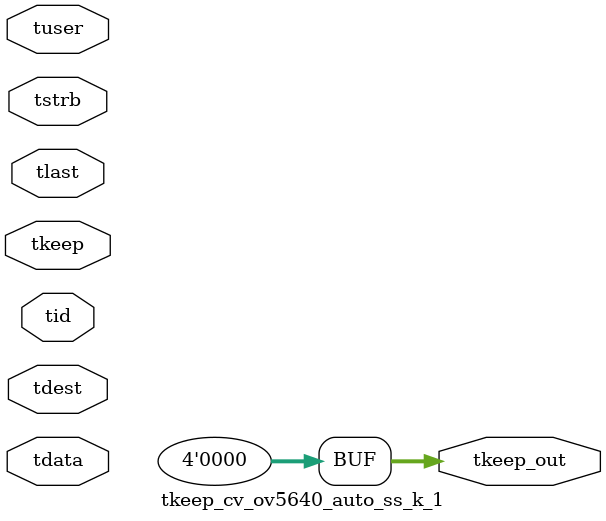
<source format=v>


`timescale 1ps/1ps

module tkeep_cv_ov5640_auto_ss_k_1 #
(
parameter C_S_AXIS_TDATA_WIDTH = 32,
parameter C_S_AXIS_TUSER_WIDTH = 0,
parameter C_S_AXIS_TID_WIDTH   = 0,
parameter C_S_AXIS_TDEST_WIDTH = 0,
parameter C_M_AXIS_TDATA_WIDTH = 32
)
(
input  [(C_S_AXIS_TDATA_WIDTH == 0 ? 1 : C_S_AXIS_TDATA_WIDTH)-1:0     ] tdata,
input  [(C_S_AXIS_TUSER_WIDTH == 0 ? 1 : C_S_AXIS_TUSER_WIDTH)-1:0     ] tuser,
input  [(C_S_AXIS_TID_WIDTH   == 0 ? 1 : C_S_AXIS_TID_WIDTH)-1:0       ] tid,
input  [(C_S_AXIS_TDEST_WIDTH == 0 ? 1 : C_S_AXIS_TDEST_WIDTH)-1:0     ] tdest,
input  [(C_S_AXIS_TDATA_WIDTH/8)-1:0 ] tkeep,
input  [(C_S_AXIS_TDATA_WIDTH/8)-1:0 ] tstrb,
input                                                                    tlast,
output [(C_M_AXIS_TDATA_WIDTH/8)-1:0 ] tkeep_out
);

assign tkeep_out = {1'b0};

endmodule


</source>
